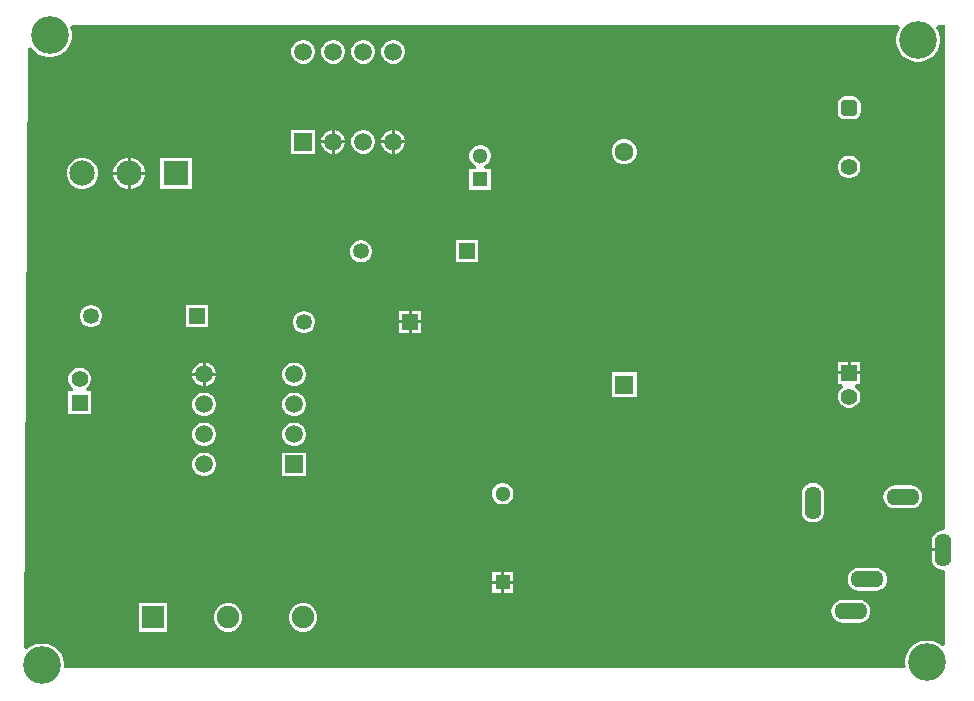
<source format=gtl>
G04*
G04 #@! TF.GenerationSoftware,Altium Limited,Altium Designer,25.2.1 (25)*
G04*
G04 Layer_Physical_Order=1*
G04 Layer_Color=255*
%FSLAX25Y25*%
%MOIN*%
G70*
G04*
G04 #@! TF.SameCoordinates,C35E73BE-C39F-499D-9B8D-0DC63BFC9BBD*
G04*
G04*
G04 #@! TF.FilePolarity,Positive*
G04*
G01*
G75*
%ADD26C,0.05472*%
%ADD27R,0.05472X0.05472*%
%ADD30C,0.06300*%
%ADD31R,0.06300X0.06300*%
%ADD36C,0.05118*%
%ADD37R,0.05118X0.05118*%
%ADD39C,0.12598*%
%ADD40C,0.07480*%
%ADD41R,0.07480X0.07480*%
%ADD42C,0.08465*%
%ADD43R,0.08465X0.08465*%
%ADD44C,0.05512*%
G04:AMPARAMS|DCode=45|XSize=55.12mil|YSize=55.12mil|CornerRadius=13.78mil|HoleSize=0mil|Usage=FLASHONLY|Rotation=90.000|XOffset=0mil|YOffset=0mil|HoleType=Round|Shape=RoundedRectangle|*
%AMROUNDEDRECTD45*
21,1,0.05512,0.02756,0,0,90.0*
21,1,0.02756,0.05512,0,0,90.0*
1,1,0.02756,0.01378,0.01378*
1,1,0.02756,0.01378,-0.01378*
1,1,0.02756,-0.01378,-0.01378*
1,1,0.02756,-0.01378,0.01378*
%
%ADD45ROUNDEDRECTD45*%
%ADD46R,0.05315X0.05315*%
%ADD47C,0.05315*%
%ADD48R,0.05906X0.05906*%
%ADD49C,0.05906*%
%ADD50O,0.05512X0.11024*%
%ADD51O,0.11024X0.05512*%
%ADD52R,0.05906X0.05906*%
G36*
X411500Y156647D02*
X410795Y156028D01*
X409815Y155899D01*
X408901Y155521D01*
X408116Y154919D01*
X407514Y154134D01*
X407136Y153221D01*
X407007Y152240D01*
Y149984D01*
X410795D01*
Y148984D01*
X407007D01*
Y146728D01*
X407136Y145748D01*
X407514Y144834D01*
X408116Y144050D01*
X408901Y143448D01*
X409815Y143069D01*
X410795Y142940D01*
X411500Y142322D01*
Y117737D01*
X410500Y117323D01*
X410153Y117670D01*
X408957Y118468D01*
X407629Y119019D01*
X406219Y119299D01*
X404781D01*
X403371Y119019D01*
X402042Y118468D01*
X400847Y117670D01*
X399830Y116653D01*
X399031Y115457D01*
X398481Y114129D01*
X398201Y112719D01*
Y111281D01*
X398302Y110773D01*
X397668Y110000D01*
X118030D01*
X117799Y110281D01*
Y111719D01*
X117519Y113129D01*
X116969Y114457D01*
X116170Y115653D01*
X115153Y116670D01*
X113958Y117469D01*
X112629Y118019D01*
X111219Y118299D01*
X109781D01*
X108371Y118019D01*
X107043Y117469D01*
X105847Y116670D01*
X105530Y116352D01*
X104533Y116770D01*
X105902Y316685D01*
X106904Y316985D01*
X107330Y316347D01*
X108347Y315330D01*
X109543Y314531D01*
X110871Y313981D01*
X112281Y313701D01*
X113719D01*
X115129Y313981D01*
X116457Y314531D01*
X117653Y315330D01*
X118670Y316347D01*
X119468Y317543D01*
X120019Y318871D01*
X120299Y320281D01*
Y321719D01*
X120019Y323129D01*
X119865Y323500D01*
X120533Y324500D01*
X395860D01*
X396394Y323500D01*
X396031Y322957D01*
X395481Y321629D01*
X395201Y320219D01*
Y318781D01*
X395481Y317371D01*
X396031Y316042D01*
X396830Y314847D01*
X397847Y313830D01*
X399043Y313032D01*
X400371Y312481D01*
X401781Y312201D01*
X403219D01*
X404629Y312481D01*
X405958Y313032D01*
X407153Y313830D01*
X408170Y314847D01*
X408968Y316042D01*
X409519Y317371D01*
X409799Y318781D01*
Y320219D01*
X409519Y321629D01*
X408968Y322957D01*
X408606Y323500D01*
X409140Y324500D01*
X411500D01*
Y156647D01*
D02*
G37*
%LPC*%
G36*
X228020Y319453D02*
X226980D01*
X225974Y319183D01*
X225073Y318663D01*
X224337Y317927D01*
X223817Y317026D01*
X223547Y316020D01*
Y314980D01*
X223817Y313974D01*
X224337Y313073D01*
X225073Y312337D01*
X225974Y311817D01*
X226980Y311547D01*
X228020D01*
X229026Y311817D01*
X229927Y312337D01*
X230663Y313073D01*
X231183Y313974D01*
X231453Y314980D01*
Y316020D01*
X231183Y317026D01*
X230663Y317927D01*
X229927Y318663D01*
X229026Y319183D01*
X228020Y319453D01*
D02*
G37*
G36*
X218020D02*
X216980D01*
X215974Y319183D01*
X215073Y318663D01*
X214337Y317927D01*
X213817Y317026D01*
X213547Y316020D01*
Y314980D01*
X213817Y313974D01*
X214337Y313073D01*
X215073Y312337D01*
X215974Y311817D01*
X216980Y311547D01*
X218020D01*
X219026Y311817D01*
X219927Y312337D01*
X220663Y313073D01*
X221183Y313974D01*
X221453Y314980D01*
Y316020D01*
X221183Y317026D01*
X220663Y317927D01*
X219927Y318663D01*
X219026Y319183D01*
X218020Y319453D01*
D02*
G37*
G36*
X208020D02*
X206980D01*
X205974Y319183D01*
X205073Y318663D01*
X204337Y317927D01*
X203817Y317026D01*
X203547Y316020D01*
Y314980D01*
X203817Y313974D01*
X204337Y313073D01*
X205073Y312337D01*
X205974Y311817D01*
X206980Y311547D01*
X208020D01*
X209026Y311817D01*
X209927Y312337D01*
X210663Y313073D01*
X211183Y313974D01*
X211453Y314980D01*
Y316020D01*
X211183Y317026D01*
X210663Y317927D01*
X209927Y318663D01*
X209026Y319183D01*
X208020Y319453D01*
D02*
G37*
G36*
X198020D02*
X196980D01*
X195974Y319183D01*
X195073Y318663D01*
X194337Y317927D01*
X193817Y317026D01*
X193547Y316020D01*
Y314980D01*
X193817Y313974D01*
X194337Y313073D01*
X195073Y312337D01*
X195974Y311817D01*
X196980Y311547D01*
X198020D01*
X199026Y311817D01*
X199927Y312337D01*
X200663Y313073D01*
X201183Y313974D01*
X201453Y314980D01*
Y316020D01*
X201183Y317026D01*
X200663Y317927D01*
X199927Y318663D01*
X199026Y319183D01*
X198020Y319453D01*
D02*
G37*
G36*
X380878Y300645D02*
X378122D01*
X377194Y300460D01*
X376408Y299935D01*
X375882Y299148D01*
X375697Y298220D01*
Y295465D01*
X375882Y294537D01*
X376408Y293750D01*
X377194Y293225D01*
X378122Y293040D01*
X380878D01*
X381806Y293225D01*
X382592Y293750D01*
X383118Y294537D01*
X383302Y295465D01*
Y298220D01*
X383118Y299148D01*
X382592Y299935D01*
X381806Y300460D01*
X380878Y300645D01*
D02*
G37*
G36*
X228020Y289453D02*
X228000D01*
Y286000D01*
X231453D01*
Y286020D01*
X231183Y287026D01*
X230663Y287927D01*
X229927Y288663D01*
X229026Y289183D01*
X228020Y289453D01*
D02*
G37*
G36*
X208020D02*
X208000D01*
Y286000D01*
X211453D01*
Y286020D01*
X211183Y287026D01*
X210663Y287927D01*
X209927Y288663D01*
X209026Y289183D01*
X208020Y289453D01*
D02*
G37*
G36*
X207000D02*
X206980D01*
X205974Y289183D01*
X205073Y288663D01*
X204337Y287927D01*
X203817Y287026D01*
X203547Y286020D01*
Y286000D01*
X207000D01*
Y289453D01*
D02*
G37*
G36*
X227000D02*
X226980D01*
X225974Y289183D01*
X225073Y288663D01*
X224337Y287927D01*
X223817Y287026D01*
X223547Y286020D01*
Y286000D01*
X227000D01*
Y289453D01*
D02*
G37*
G36*
X231453Y285000D02*
X228000D01*
Y281547D01*
X228020D01*
X229026Y281817D01*
X229927Y282337D01*
X230663Y283073D01*
X231183Y283974D01*
X231453Y284980D01*
Y285000D01*
D02*
G37*
G36*
X227000D02*
X223547D01*
Y284980D01*
X223817Y283974D01*
X224337Y283073D01*
X225073Y282337D01*
X225974Y281817D01*
X226980Y281547D01*
X227000D01*
Y285000D01*
D02*
G37*
G36*
X218020Y289453D02*
X216980D01*
X215974Y289183D01*
X215073Y288663D01*
X214337Y287927D01*
X213817Y287026D01*
X213547Y286020D01*
Y284980D01*
X213817Y283974D01*
X214337Y283073D01*
X215073Y282337D01*
X215974Y281817D01*
X216980Y281547D01*
X218020D01*
X219026Y281817D01*
X219927Y282337D01*
X220663Y283073D01*
X221183Y283974D01*
X221453Y284980D01*
Y286020D01*
X221183Y287026D01*
X220663Y287927D01*
X219927Y288663D01*
X219026Y289183D01*
X218020Y289453D01*
D02*
G37*
G36*
X211453Y285000D02*
X208000D01*
Y281547D01*
X208020D01*
X209026Y281817D01*
X209927Y282337D01*
X210663Y283073D01*
X211183Y283974D01*
X211453Y284980D01*
Y285000D01*
D02*
G37*
G36*
X207000D02*
X203547D01*
Y284980D01*
X203817Y283974D01*
X204337Y283073D01*
X205073Y282337D01*
X205974Y281817D01*
X206980Y281547D01*
X207000D01*
Y285000D01*
D02*
G37*
G36*
X201453Y289453D02*
X193547D01*
Y281547D01*
X201453D01*
Y289453D01*
D02*
G37*
G36*
X305046Y286350D02*
X303954D01*
X302898Y286067D01*
X301952Y285521D01*
X301179Y284748D01*
X300633Y283802D01*
X300350Y282746D01*
Y281654D01*
X300633Y280598D01*
X301179Y279652D01*
X301952Y278879D01*
X302898Y278333D01*
X303954Y278050D01*
X305046D01*
X306102Y278333D01*
X307048Y278879D01*
X307821Y279652D01*
X308367Y280598D01*
X308650Y281654D01*
Y282746D01*
X308367Y283802D01*
X307821Y284748D01*
X307048Y285521D01*
X306102Y286067D01*
X305046Y286350D01*
D02*
G37*
G36*
X140189Y280232D02*
X140000D01*
Y275500D01*
X144732D01*
Y275689D01*
X144376Y277020D01*
X143687Y278213D01*
X142713Y279187D01*
X141520Y279876D01*
X140189Y280232D01*
D02*
G37*
G36*
X139000D02*
X138811D01*
X137480Y279876D01*
X136287Y279187D01*
X135313Y278213D01*
X134624Y277020D01*
X134268Y275689D01*
Y275500D01*
X139000D01*
Y280232D01*
D02*
G37*
G36*
X379995Y280913D02*
X379006D01*
X378050Y280657D01*
X377194Y280163D01*
X376495Y279464D01*
X376000Y278607D01*
X375744Y277652D01*
Y276663D01*
X376000Y275708D01*
X376495Y274851D01*
X377194Y274152D01*
X378050Y273657D01*
X379006Y273402D01*
X379995D01*
X380950Y273657D01*
X381806Y274152D01*
X382505Y274851D01*
X383000Y275708D01*
X383256Y276663D01*
Y277652D01*
X383000Y278607D01*
X382505Y279464D01*
X381806Y280163D01*
X380950Y280657D01*
X379995Y280913D01*
D02*
G37*
G36*
X160323Y280232D02*
X149858D01*
Y269768D01*
X160323D01*
Y280232D01*
D02*
G37*
G36*
X144732Y274500D02*
X140000D01*
Y269768D01*
X140189D01*
X141520Y270124D01*
X142713Y270813D01*
X143687Y271787D01*
X144376Y272980D01*
X144732Y274311D01*
Y274500D01*
D02*
G37*
G36*
X139000D02*
X134268D01*
Y274311D01*
X134624Y272980D01*
X135313Y271787D01*
X136287Y270813D01*
X137480Y270124D01*
X138811Y269768D01*
X139000D01*
Y274500D01*
D02*
G37*
G36*
X124598Y280232D02*
X123221D01*
X121890Y279876D01*
X120697Y279187D01*
X119723Y278213D01*
X119034Y277020D01*
X118677Y275689D01*
Y274311D01*
X119034Y272980D01*
X119723Y271787D01*
X120697Y270813D01*
X121890Y270124D01*
X123221Y269768D01*
X124598D01*
X125929Y270124D01*
X127122Y270813D01*
X128096Y271787D01*
X128785Y272980D01*
X129142Y274311D01*
Y275689D01*
X128785Y277020D01*
X128096Y278213D01*
X127122Y279187D01*
X125929Y279876D01*
X124598Y280232D01*
D02*
G37*
G36*
X256969Y284433D02*
X256031D01*
X255126Y284191D01*
X254315Y283722D01*
X253652Y283059D01*
X253184Y282248D01*
X252941Y281343D01*
Y280405D01*
X253184Y279500D01*
X253652Y278689D01*
X254315Y278026D01*
X255126Y277557D01*
X254989Y276559D01*
X252941D01*
Y269441D01*
X260059D01*
Y276559D01*
X258011D01*
X257874Y277557D01*
X258685Y278026D01*
X259348Y278689D01*
X259817Y279500D01*
X260059Y280405D01*
Y281343D01*
X259817Y282248D01*
X259348Y283059D01*
X258685Y283722D01*
X257874Y284191D01*
X256969Y284433D01*
D02*
G37*
G36*
X255874Y252658D02*
X248559D01*
Y245342D01*
X255874D01*
Y252658D01*
D02*
G37*
G36*
X217265D02*
X216302D01*
X215372Y252408D01*
X214538Y251927D01*
X213857Y251246D01*
X213375Y250412D01*
X213126Y249482D01*
Y248518D01*
X213375Y247588D01*
X213857Y246754D01*
X214538Y246073D01*
X215372Y245592D01*
X216302Y245342D01*
X217265D01*
X218195Y245592D01*
X219029Y246073D01*
X219710Y246754D01*
X220192Y247588D01*
X220441Y248518D01*
Y249482D01*
X220192Y250412D01*
X219710Y251246D01*
X219029Y251927D01*
X218195Y252408D01*
X217265Y252658D01*
D02*
G37*
G36*
X236874Y229157D02*
X233717D01*
Y226000D01*
X236874D01*
Y229157D01*
D02*
G37*
G36*
X232716D02*
X229559D01*
Y226000D01*
X232716D01*
Y229157D01*
D02*
G37*
G36*
X165874Y231157D02*
X158559D01*
Y223843D01*
X165874D01*
Y231157D01*
D02*
G37*
G36*
X127265D02*
X126302D01*
X125372Y230908D01*
X124538Y230427D01*
X123857Y229746D01*
X123375Y228912D01*
X123126Y227981D01*
Y227018D01*
X123375Y226088D01*
X123857Y225254D01*
X124538Y224573D01*
X125372Y224092D01*
X126302Y223843D01*
X127265D01*
X128195Y224092D01*
X129029Y224573D01*
X129710Y225254D01*
X130192Y226088D01*
X130441Y227018D01*
Y227981D01*
X130192Y228912D01*
X129710Y229746D01*
X129029Y230427D01*
X128195Y230908D01*
X127265Y231157D01*
D02*
G37*
G36*
X236874Y225000D02*
X233717D01*
Y221843D01*
X236874D01*
Y225000D01*
D02*
G37*
G36*
X232716D02*
X229559D01*
Y221843D01*
X232716D01*
Y225000D01*
D02*
G37*
G36*
X198265Y229157D02*
X197302D01*
X196372Y228908D01*
X195538Y228427D01*
X194857Y227746D01*
X194375Y226912D01*
X194126Y225981D01*
Y225019D01*
X194375Y224088D01*
X194857Y223254D01*
X195538Y222573D01*
X196372Y222092D01*
X197302Y221843D01*
X198265D01*
X199195Y222092D01*
X200029Y222573D01*
X200710Y223254D01*
X201192Y224088D01*
X201441Y225019D01*
Y225981D01*
X201192Y226912D01*
X200710Y227746D01*
X200029Y228427D01*
X199195Y228908D01*
X198265Y229157D01*
D02*
G37*
G36*
X383236Y212236D02*
X380000D01*
Y209000D01*
X383236D01*
Y212236D01*
D02*
G37*
G36*
X379000D02*
X375764D01*
Y209000D01*
X379000D01*
Y212236D01*
D02*
G37*
G36*
X165020Y211953D02*
X165000D01*
Y208500D01*
X168453D01*
Y208520D01*
X168183Y209526D01*
X167663Y210427D01*
X166927Y211163D01*
X166026Y211683D01*
X165020Y211953D01*
D02*
G37*
G36*
X164000D02*
X163980D01*
X162974Y211683D01*
X162073Y211163D01*
X161337Y210427D01*
X160817Y209526D01*
X160547Y208520D01*
Y208500D01*
X164000D01*
Y211953D01*
D02*
G37*
G36*
X195020D02*
X193980D01*
X192974Y211683D01*
X192073Y211163D01*
X191337Y210427D01*
X190817Y209526D01*
X190547Y208520D01*
Y207480D01*
X190817Y206474D01*
X191337Y205573D01*
X192073Y204837D01*
X192974Y204317D01*
X193980Y204047D01*
X195020D01*
X196026Y204317D01*
X196927Y204837D01*
X197663Y205573D01*
X198183Y206474D01*
X198453Y207480D01*
Y208520D01*
X198183Y209526D01*
X197663Y210427D01*
X196927Y211163D01*
X196026Y211683D01*
X195020Y211953D01*
D02*
G37*
G36*
X168453Y207500D02*
X165000D01*
Y204047D01*
X165020D01*
X166026Y204317D01*
X166927Y204837D01*
X167663Y205573D01*
X168183Y206474D01*
X168453Y207480D01*
Y207500D01*
D02*
G37*
G36*
X164000D02*
X160547D01*
Y207480D01*
X160817Y206474D01*
X161337Y205573D01*
X162073Y204837D01*
X162974Y204317D01*
X163980Y204047D01*
X164000D01*
Y207500D01*
D02*
G37*
G36*
X308650Y208650D02*
X300350D01*
Y200350D01*
X308650D01*
Y208650D01*
D02*
G37*
G36*
X383236Y208000D02*
X379500D01*
X375764D01*
Y204764D01*
X377194D01*
X377462Y203764D01*
X377206Y203616D01*
X376510Y202920D01*
X376018Y202068D01*
X375764Y201118D01*
Y200134D01*
X376018Y199184D01*
X376510Y198332D01*
X377206Y197636D01*
X378058Y197144D01*
X379008Y196890D01*
X379992D01*
X380942Y197144D01*
X381794Y197636D01*
X382490Y198332D01*
X382982Y199184D01*
X383236Y200134D01*
Y201118D01*
X382982Y202068D01*
X382490Y202920D01*
X381794Y203616D01*
X381538Y203764D01*
X381806Y204764D01*
X383236D01*
Y208000D01*
D02*
G37*
G36*
X123492Y210236D02*
X122508D01*
X121558Y209982D01*
X120706Y209490D01*
X120010Y208794D01*
X119518Y207942D01*
X119264Y206992D01*
Y206008D01*
X119518Y205058D01*
X120010Y204206D01*
X120706Y203510D01*
X120962Y203362D01*
X120694Y202362D01*
X119264D01*
Y194890D01*
X126736D01*
Y202362D01*
X125306D01*
X125038Y203362D01*
X125294Y203510D01*
X125990Y204206D01*
X126482Y205058D01*
X126736Y206008D01*
Y206992D01*
X126482Y207942D01*
X125990Y208794D01*
X125294Y209490D01*
X124442Y209982D01*
X123492Y210236D01*
D02*
G37*
G36*
X195020Y201953D02*
X193980D01*
X192974Y201683D01*
X192073Y201163D01*
X191337Y200427D01*
X190817Y199526D01*
X190547Y198520D01*
Y197480D01*
X190817Y196474D01*
X191337Y195573D01*
X192073Y194837D01*
X192974Y194317D01*
X193980Y194047D01*
X195020D01*
X196026Y194317D01*
X196927Y194837D01*
X197663Y195573D01*
X198183Y196474D01*
X198453Y197480D01*
Y198520D01*
X198183Y199526D01*
X197663Y200427D01*
X196927Y201163D01*
X196026Y201683D01*
X195020Y201953D01*
D02*
G37*
G36*
X165020D02*
X163980D01*
X162974Y201683D01*
X162073Y201163D01*
X161337Y200427D01*
X160817Y199526D01*
X160547Y198520D01*
Y197480D01*
X160817Y196474D01*
X161337Y195573D01*
X162073Y194837D01*
X162974Y194317D01*
X163980Y194047D01*
X165020D01*
X166026Y194317D01*
X166927Y194837D01*
X167663Y195573D01*
X168183Y196474D01*
X168453Y197480D01*
Y198520D01*
X168183Y199526D01*
X167663Y200427D01*
X166927Y201163D01*
X166026Y201683D01*
X165020Y201953D01*
D02*
G37*
G36*
X195020Y191953D02*
X193980D01*
X192974Y191683D01*
X192073Y191163D01*
X191337Y190427D01*
X190817Y189526D01*
X190547Y188520D01*
Y187480D01*
X190817Y186474D01*
X191337Y185573D01*
X192073Y184837D01*
X192974Y184317D01*
X193980Y184047D01*
X195020D01*
X196026Y184317D01*
X196927Y184837D01*
X197663Y185573D01*
X198183Y186474D01*
X198453Y187480D01*
Y188520D01*
X198183Y189526D01*
X197663Y190427D01*
X196927Y191163D01*
X196026Y191683D01*
X195020Y191953D01*
D02*
G37*
G36*
X165020D02*
X163980D01*
X162974Y191683D01*
X162073Y191163D01*
X161337Y190427D01*
X160817Y189526D01*
X160547Y188520D01*
Y187480D01*
X160817Y186474D01*
X161337Y185573D01*
X162073Y184837D01*
X162974Y184317D01*
X163980Y184047D01*
X165020D01*
X166026Y184317D01*
X166927Y184837D01*
X167663Y185573D01*
X168183Y186474D01*
X168453Y187480D01*
Y188520D01*
X168183Y189526D01*
X167663Y190427D01*
X166927Y191163D01*
X166026Y191683D01*
X165020Y191953D01*
D02*
G37*
G36*
X198453Y181953D02*
X190547D01*
Y174047D01*
X198453D01*
Y181953D01*
D02*
G37*
G36*
X165020D02*
X163980D01*
X162974Y181683D01*
X162073Y181163D01*
X161337Y180427D01*
X160817Y179526D01*
X160547Y178520D01*
Y177480D01*
X160817Y176474D01*
X161337Y175573D01*
X162073Y174837D01*
X162974Y174317D01*
X163980Y174047D01*
X165020D01*
X166026Y174317D01*
X166927Y174837D01*
X167663Y175573D01*
X168183Y176474D01*
X168453Y177480D01*
Y178520D01*
X168183Y179526D01*
X167663Y180427D01*
X166927Y181163D01*
X166026Y181683D01*
X165020Y181953D01*
D02*
G37*
G36*
X264469Y171823D02*
X263531D01*
X262626Y171580D01*
X261815Y171112D01*
X261152Y170449D01*
X260683Y169638D01*
X260441Y168732D01*
Y167795D01*
X260683Y166890D01*
X261152Y166078D01*
X261815Y165416D01*
X262626Y164947D01*
X263531Y164705D01*
X264469D01*
X265374Y164947D01*
X266185Y165416D01*
X266848Y166078D01*
X267317Y166890D01*
X267559Y167795D01*
Y168732D01*
X267317Y169638D01*
X266848Y170449D01*
X266185Y171112D01*
X265374Y171580D01*
X264469Y171823D01*
D02*
G37*
G36*
X400165Y170989D02*
X394654D01*
X393673Y170860D01*
X392759Y170482D01*
X391975Y169879D01*
X391373Y169095D01*
X390994Y168181D01*
X390865Y167201D01*
X390994Y166220D01*
X391373Y165307D01*
X391975Y164522D01*
X392759Y163920D01*
X393673Y163542D01*
X394654Y163412D01*
X400165D01*
X401146Y163542D01*
X402060Y163920D01*
X402844Y164522D01*
X403446Y165307D01*
X403825Y166220D01*
X403954Y167201D01*
X403825Y168181D01*
X403446Y169095D01*
X402844Y169879D01*
X402060Y170482D01*
X401146Y170860D01*
X400165Y170989D01*
D02*
G37*
G36*
X367488Y171776D02*
X366508Y171647D01*
X365594Y171269D01*
X364809Y170667D01*
X364207Y169882D01*
X363829Y168969D01*
X363700Y167988D01*
Y162476D01*
X363829Y161496D01*
X364207Y160582D01*
X364809Y159798D01*
X365594Y159196D01*
X366508Y158817D01*
X367488Y158688D01*
X368469Y158817D01*
X369382Y159196D01*
X370167Y159798D01*
X370769Y160582D01*
X371147Y161496D01*
X371276Y162476D01*
Y167988D01*
X371147Y168969D01*
X370769Y169882D01*
X370167Y170667D01*
X369382Y171269D01*
X368469Y171647D01*
X367488Y171776D01*
D02*
G37*
G36*
X267559Y142295D02*
X264500D01*
Y139236D01*
X267559D01*
Y142295D01*
D02*
G37*
G36*
X263500D02*
X260441D01*
Y139236D01*
X263500D01*
Y142295D01*
D02*
G37*
G36*
X388354Y143430D02*
X382842D01*
X381862Y143301D01*
X380948Y142922D01*
X380164Y142321D01*
X379562Y141536D01*
X379183Y140622D01*
X379054Y139642D01*
X379183Y138661D01*
X379562Y137748D01*
X380164Y136963D01*
X380948Y136361D01*
X381862Y135983D01*
X382842Y135853D01*
X388354D01*
X389335Y135983D01*
X390248Y136361D01*
X391033Y136963D01*
X391635Y137748D01*
X392014Y138661D01*
X392143Y139642D01*
X392014Y140622D01*
X391635Y141536D01*
X391033Y142321D01*
X390248Y142922D01*
X389335Y143301D01*
X388354Y143430D01*
D02*
G37*
G36*
X267559Y138236D02*
X264500D01*
Y135177D01*
X267559D01*
Y138236D01*
D02*
G37*
G36*
X263500D02*
X260441D01*
Y135177D01*
X263500D01*
Y138236D01*
D02*
G37*
G36*
X382842Y132800D02*
X377331D01*
X376350Y132671D01*
X375436Y132293D01*
X374652Y131691D01*
X374050Y130906D01*
X373672Y129992D01*
X373542Y129012D01*
X373672Y128031D01*
X374050Y127118D01*
X374652Y126333D01*
X375436Y125731D01*
X376350Y125353D01*
X377331Y125224D01*
X382842D01*
X383823Y125353D01*
X384737Y125731D01*
X385521Y126333D01*
X386123Y127118D01*
X386502Y128031D01*
X386631Y129012D01*
X386502Y129992D01*
X386123Y130906D01*
X385521Y131691D01*
X384737Y132293D01*
X383823Y132671D01*
X382842Y132800D01*
D02*
G37*
G36*
X198124Y131740D02*
X196876D01*
X195670Y131417D01*
X194589Y130793D01*
X193707Y129911D01*
X193083Y128830D01*
X192760Y127624D01*
Y126376D01*
X193083Y125170D01*
X193707Y124090D01*
X194589Y123207D01*
X195670Y122583D01*
X196876Y122260D01*
X198124D01*
X199330Y122583D01*
X200411Y123207D01*
X201293Y124090D01*
X201917Y125170D01*
X202240Y126376D01*
Y127624D01*
X201917Y128830D01*
X201293Y129911D01*
X200411Y130793D01*
X199330Y131417D01*
X198124Y131740D01*
D02*
G37*
G36*
X173124D02*
X171876D01*
X170670Y131417D01*
X169589Y130793D01*
X168707Y129911D01*
X168083Y128830D01*
X167760Y127624D01*
Y126376D01*
X168083Y125170D01*
X168707Y124090D01*
X169589Y123207D01*
X170670Y122583D01*
X171876Y122260D01*
X173124D01*
X174330Y122583D01*
X175410Y123207D01*
X176293Y124090D01*
X176917Y125170D01*
X177240Y126376D01*
Y127624D01*
X176917Y128830D01*
X176293Y129911D01*
X175410Y130793D01*
X174330Y131417D01*
X173124Y131740D01*
D02*
G37*
G36*
X152240D02*
X142760D01*
Y122260D01*
X152240D01*
Y131740D01*
D02*
G37*
%LPD*%
D26*
X379500Y200626D02*
D03*
X123000Y206500D02*
D03*
D27*
X379500Y208500D02*
D03*
X123000Y198626D02*
D03*
D30*
X304500Y282200D02*
D03*
D31*
Y204500D02*
D03*
D36*
X256500Y280874D02*
D03*
X264000Y168264D02*
D03*
D37*
X256500Y273000D02*
D03*
X264000Y138736D02*
D03*
D39*
X113000Y321000D02*
D03*
X110500Y111000D02*
D03*
X405500Y112000D02*
D03*
X402500Y319500D02*
D03*
D40*
X172500Y127000D02*
D03*
X197500D02*
D03*
D41*
X147500D02*
D03*
D42*
X123909Y275000D02*
D03*
X139500D02*
D03*
D43*
X155091D02*
D03*
D44*
X379500Y277157D02*
D03*
D45*
Y296843D02*
D03*
D46*
X162216Y227500D02*
D03*
X252217Y249000D02*
D03*
X233217Y225500D02*
D03*
D47*
X126784Y227500D02*
D03*
X216783Y249000D02*
D03*
X197784Y225500D02*
D03*
D48*
X197500Y285500D02*
D03*
D49*
X207500D02*
D03*
X217500D02*
D03*
X227500D02*
D03*
X197500Y315500D02*
D03*
X207500D02*
D03*
X217500D02*
D03*
X227500D02*
D03*
X194500Y188000D02*
D03*
Y198000D02*
D03*
Y208000D02*
D03*
X164500Y178000D02*
D03*
Y188000D02*
D03*
Y198000D02*
D03*
Y208000D02*
D03*
D50*
X410795Y149484D02*
D03*
X367488Y165232D02*
D03*
D51*
X380087Y129012D02*
D03*
X385598Y139642D02*
D03*
X397410Y167201D02*
D03*
D52*
X194500Y178000D02*
D03*
M02*

</source>
